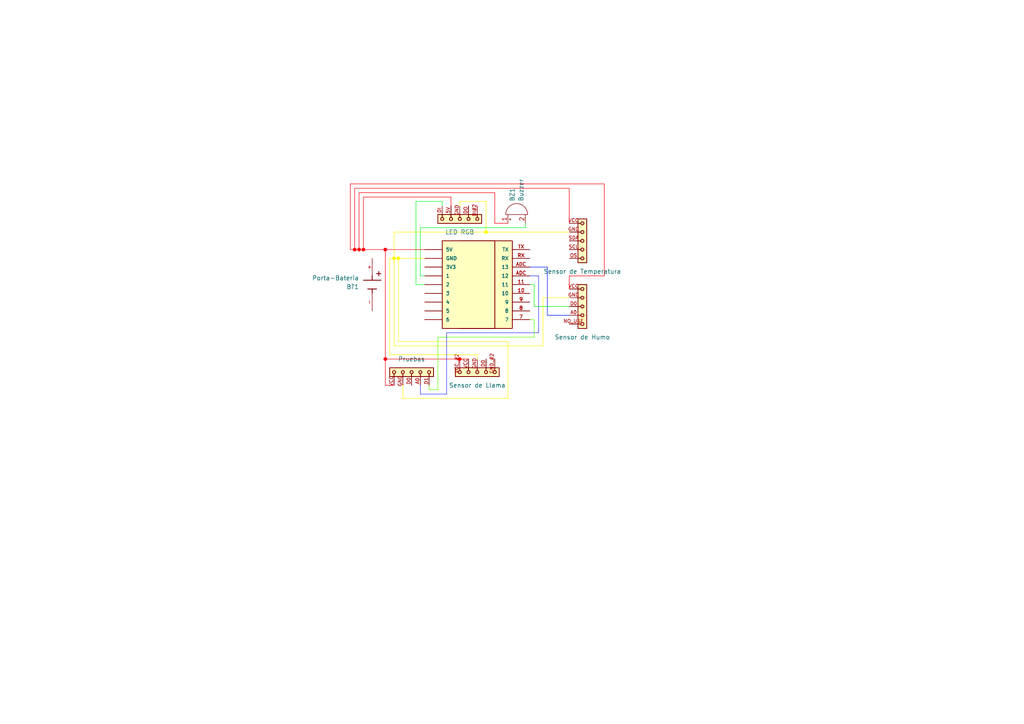
<source format=kicad_sch>
(kicad_sch (version 20250114) (generator "eeschema") (generator_version "9.0")
  (paper "A4")
  (lib_symbols
    (symbol "691309510005_1" (pin_names (offset 1.016))
      (property "Value" "Sensor de Temperatura" (at 8.89 -1.27 90))
      (symbol "691309510005_1_0_0"
        (rectangle (start -6.35 -2.54) (end 6.35 0) (stroke (width 0.254)) (fill (type background)))
        (circle (center -5.08 -1.27) (radius 0.4445) (stroke (width 0.254)))
        (polyline (pts (xy -5.08 -1.778) (xy -5.08 -2.54)) (stroke (width 0.254)))
        (circle (center -2.54 -1.27) (radius 0.4445) (stroke (width 0.254)))
        (polyline (pts (xy -2.54 -1.778) (xy -2.54 -2.54)) (stroke (width 0.254)))
        (circle (center 0 -1.27) (radius 0.4445) (stroke (width 0.254)))
        (polyline (pts (xy 0 -1.778) (xy 0 -2.54)) (stroke (width 0.254)))
        (circle (center 2.54 -1.27) (radius 0.4445) (stroke (width 0.254)))
        (polyline (pts (xy 2.54 -1.778) (xy 2.54 -2.54)) (stroke (width 0.254)))
        (circle (center 5.08 -1.27) (radius 0.4445) (stroke (width 0.254)))
        (polyline (pts (xy 5.08 -1.778) (xy 5.08 -2.54)) (stroke (width 0.254)))
      )
      (symbol "691309510005_1_1_0"
        (pin passive line (at -5.08 -5.08 90) (length 2.54) (name "~") (number ""))
        (pin passive line (at -5.08 -5.08 90) (length 2.54) (name "~") (number "VCC"))
        (pin passive line (at -2.54 -5.08 90) (length 2.54) (name "~") (number ""))
        (pin passive line (at -2.54 -5.08 90) (length 2.54) (name "~") (number "GND"))
        (pin passive line (at 0 -5.08 90) (length 2.54) (name "~") (number ""))
        (pin passive line (at 0 -5.08 90) (length 2.54) (name "~") (number "SDA"))
        (pin passive line (at 2.54 -5.08 90) (length 2.54) (name "") (number ""))
        (pin passive line (at 2.54 -5.08 90) (length 2.54) (name "~") (number "SCL"))
        (pin passive line (at 5.08 -5.08 90) (length 2.54) (name "") (number ""))
        (pin passive line (at 5.08 -5.08 90) (length 2.54) (name "~") (number "OS"))
      )
    )
    (symbol "691309510005_2" (pin_names (offset 1.016))
      (property "Value" "Sensor de Humo" (at 8.89 -1.27 90))
      (symbol "691309510005_2_0_0"
        (rectangle (start -6.35 -2.54) (end 6.35 0) (stroke (width 0.254)) (fill (type background)))
        (circle (center -5.08 -1.27) (radius 0.4445) (stroke (width 0.254)))
        (polyline (pts (xy -5.08 -1.778) (xy -5.08 -2.54)) (stroke (width 0.254)))
        (circle (center -2.54 -1.27) (radius 0.4445) (stroke (width 0.254)))
        (polyline (pts (xy -2.54 -1.778) (xy -2.54 -2.54)) (stroke (width 0.254)))
        (circle (center 0 -1.27) (radius 0.4445) (stroke (width 0.254)))
        (polyline (pts (xy 0 -1.778) (xy 0 -2.54)) (stroke (width 0.254)))
        (circle (center 2.54 -1.27) (radius 0.4445) (stroke (width 0.254)))
        (polyline (pts (xy 2.54 -1.778) (xy 2.54 -2.54)) (stroke (width 0.254)))
        (circle (center 5.08 -1.27) (radius 0.4445) (stroke (width 0.254)))
        (polyline (pts (xy 5.08 -1.778) (xy 5.08 -2.54)) (stroke (width 0.254)))
      )
      (symbol "691309510005_2_1_0"
        (pin passive line (at -5.08 -5.08 90) (length 2.54) (name "~") (number ""))
        (pin passive line (at -5.08 -5.08 90) (length 2.54) (name "~") (number "VCC"))
        (pin passive line (at -2.54 -5.08 90) (length 2.54) (name "~") (number ""))
        (pin passive line (at -2.54 -5.08 90) (length 2.54) (name "~") (number "GND"))
        (pin passive line (at 0 -5.08 90) (length 2.54) (name "~") (number ""))
        (pin passive line (at 0 -5.08 90) (length 2.54) (name "~") (number "D0"))
        (pin passive line (at 2.54 -5.08 90) (length 2.54) (name "") (number ""))
        (pin passive line (at 2.54 -5.08 90) (length 2.54) (name "~") (number "A0"))
        (pin passive line (at 5.08 -5.08 90) (length 2.54) (name "") (number ""))
        (pin passive line (at 5.08 -5.08 90) (length 2.54) (name "~") (number "NO_USE"))
      )
    )
    (symbol "691309510005_3" (pin_names (offset 1.016))
      (property "Value" "LED RGB" (at 0 2.54 0))
      (symbol "691309510005_3_0_0"
        (rectangle (start -6.35 -2.54) (end 6.35 0) (stroke (width 0.254)) (fill (type background)))
        (circle (center -5.08 -1.27) (radius 0.4445) (stroke (width 0.254)))
        (polyline (pts (xy -5.08 -1.778) (xy -5.08 -2.54)) (stroke (width 0.254)))
        (circle (center -2.54 -1.27) (radius 0.4445) (stroke (width 0.254)))
        (polyline (pts (xy -2.54 -1.778) (xy -2.54 -2.54)) (stroke (width 0.254)))
        (circle (center 0 -1.27) (radius 0.4445) (stroke (width 0.254)))
        (polyline (pts (xy 0 -1.778) (xy 0 -2.54)) (stroke (width 0.254)))
        (circle (center 2.54 -1.27) (radius 0.4445) (stroke (width 0.254)))
        (polyline (pts (xy 2.54 -1.778) (xy 2.54 -2.54)) (stroke (width 0.254)))
        (circle (center 5.08 -1.27) (radius 0.4445) (stroke (width 0.254)))
        (polyline (pts (xy 5.08 -1.778) (xy 5.08 -2.54)) (stroke (width 0.254)))
      )
      (symbol "691309510005_3_1_0"
        (pin passive line (at -5.08 -5.08 90) (length 2.54) (name "~") (number ""))
        (pin passive line (at -5.08 -5.08 90) (length 2.54) (name "~") (number "DI#2"))
        (pin passive line (at -2.54 -5.08 90) (length 2.54) (name "~") (number ""))
        (pin passive line (at -2.54 -5.08 90) (length 2.54) (name "~") (number "DO"))
        (pin passive line (at 0 -5.08 90) (length 2.54) (name "~") (number ""))
        (pin passive line (at 0 -5.08 90) (length 2.54) (name "~") (number "GND"))
        (pin passive line (at 2.54 -5.08 90) (length 2.54) (name "~") (number ""))
        (pin passive line (at 2.54 -5.08 90) (length 2.54) (name "~") (number "5V"))
        (pin passive line (at 5.08 -5.08 90) (length 2.54) (name "~") (number ""))
        (pin passive line (at 5.08 -5.08 90) (length 2.54) (name "~") (number "DI"))
      )
    )
    (symbol "691309510005_4" (pin_names (offset 1.016))
      (property "Value" "Sensor de Llama" (at 0 2.54 0))
      (symbol "691309510005_4_0_0"
        (rectangle (start -6.35 -2.54) (end 6.35 0) (stroke (width 0.254)) (fill (type background)))
        (circle (center -5.08 -1.27) (radius 0.4445) (stroke (width 0.254)))
        (polyline (pts (xy -5.08 -1.778) (xy -5.08 -2.54)) (stroke (width 0.254)))
        (circle (center -2.54 -1.27) (radius 0.4445) (stroke (width 0.254)))
        (polyline (pts (xy -2.54 -1.778) (xy -2.54 -2.54)) (stroke (width 0.254)))
        (circle (center 0 -1.27) (radius 0.4445) (stroke (width 0.254)))
        (polyline (pts (xy 0 -1.778) (xy 0 -2.54)) (stroke (width 0.254)))
        (circle (center 2.54 -1.27) (radius 0.4445) (stroke (width 0.254)))
        (polyline (pts (xy 2.54 -1.778) (xy 2.54 -2.54)) (stroke (width 0.254)))
        (circle (center 5.08 -1.27) (radius 0.4445) (stroke (width 0.254)))
        (polyline (pts (xy 5.08 -1.778) (xy 5.08 -2.54)) (stroke (width 0.254)))
      )
      (symbol "691309510005_4_1_0"
        (pin passive line (at -5.08 -5.08 90) (length 2.54) (name "~") (number ""))
        (pin passive line (at -5.08 -5.08 90) (length 2.54) (name "~") (number "GND_#2"))
        (pin passive line (at -2.54 -5.08 90) (length 2.54) (name "~") (number ""))
        (pin passive line (at -2.54 -5.08 90) (length 2.54) (name "~") (number "D0"))
        (pin passive line (at 0 -5.08 90) (length 2.54) (name "~") (number ""))
        (pin passive line (at 0 -5.08 90) (length 2.54) (name "~") (number "GND"))
        (pin passive line (at 2.54 -5.08 90) (length 2.54) (name "~") (number ""))
        (pin passive line (at 2.54 -5.08 90) (length 2.54) (name "~") (number "VCC"))
        (pin passive line (at 5.08 -5.08 90) (length 2.54) (name "~") (number ""))
        (pin passive line (at 5.08 -5.08 90) (length 2.54) (name "~") (number "VCC_#2"))
      )
    )
    (symbol "Device:Buzzer" (pin_names (offset 0.0254) (hide yes))
      (property "Reference" "BZ" (at 3.81 1.27 0))
      (property "Value" "Buzzer" (at 3.81 -1.27 0))
      (symbol "Buzzer_0_1"
        (polyline (pts (xy -1.651 1.905) (xy -1.143 1.905)))
        (polyline (pts (xy -1.397 2.159) (xy -1.397 1.651)))
        (arc (start 0 3.175) (mid 3.1612 0) (end 0 -3.175))
        (polyline (pts (xy 0 3.175) (xy 0 -3.175)))
      )
      (symbol "Buzzer_1_1"
        (pin passive line (at -2.54 2.54 0) (length 2.54) (name "+") (number "1"))
        (pin passive line (at -2.54 -2.54 0) (length 2.54) (name "-") (number "2"))
      )
    )
    (symbol "ESW-109-34-T-S_1" (pin_numbers (hide yes)) (pin_names (offset 1.016))
      (symbol "ESW-109-34-T-S_1_0_0"
        (pin passive line (at -12.7 10.16 0) (length 5.08) (name "5V") (number "01"))
      )
      (symbol "ESW-109-34-T-S_1_1_0"
        (rectangle (start -7.62 12.7) (end 7.62 -12.7) (stroke (width 0.254)) (fill (type background)))
        (pin passive line (at -12.7 7.62 0) (length 5.08) (name "GND") (number "02"))
        (pin passive line (at -12.7 5.08 0) (length 5.08) (name "3V3") (number "03"))
        (pin passive line (at -12.7 2.54 0) (length 5.08) (name "1") (number "04"))
        (pin passive line (at -12.7 0 0) (length 5.08) (name "2") (number "05"))
        (pin passive line (at -12.7 -2.54 0) (length 5.08) (name "3") (number "06"))
        (pin passive line (at -12.7 -5.08 0) (length 5.08) (name "4") (number "07"))
        (pin passive line (at -12.7 -7.62 0) (length 5.08) (name "5") (number "08"))
        (pin passive line (at -12.7 -10.16 0) (length 5.08) (name "6") (number "09"))
      )
    )
    (symbol "Hembra 9pines:ESW-109-34-T-S" (pin_names (offset 1.016))
      (symbol "ESW-109-34-T-S_0_0"
        (rectangle (start -7.62 12.7) (end 7.62 -12.7) (stroke (width 0.254)) (fill (type background)))
      )
      (symbol "ESW-109-34-T-S_1_0"
        (pin passive line (at -12.7 10.16 0) (length 5.08) (name "TX") (number "TX"))
        (pin passive line (at -12.7 7.62 0) (length 5.08) (name "RX") (number "RX"))
        (pin passive line (at -12.7 5.08 0) (length 5.08) (name "13") (number "ADC"))
        (pin passive line (at -12.7 2.54 0) (length 5.08) (name "12") (number "ADC"))
        (pin passive line (at -12.7 0 0) (length 5.08) (name "11") (number "11"))
        (pin passive line (at -12.7 -2.54 0) (length 5.08) (name "10") (number "10"))
        (pin passive line (at -12.7 -5.08 0) (length 5.08) (name "9") (number "9"))
        (pin passive line (at -12.7 -7.62 0) (length 5.08) (name "8") (number "8"))
        (pin passive line (at -12.7 -10.16 0) (length 5.08) (name "7") (number "7"))
      )
    )
    (symbol "Hembra:691309510005" (pin_names (offset 1.016))
      (property "Value" "Pruebas" (at 8.89 -1.27 90))
      (symbol "691309510005_0_0"
        (rectangle (start -6.35 -2.54) (end 6.35 0) (stroke (width 0.254)) (fill (type background)))
        (circle (center -5.08 -1.27) (radius 0.4445) (stroke (width 0.254)))
        (polyline (pts (xy -5.08 -1.778) (xy -5.08 -2.54)) (stroke (width 0.254)))
        (circle (center -2.54 -1.27) (radius 0.4445) (stroke (width 0.254)))
        (polyline (pts (xy -2.54 -1.778) (xy -2.54 -2.54)) (stroke (width 0.254)))
        (circle (center 0 -1.27) (radius 0.4445) (stroke (width 0.254)))
        (polyline (pts (xy 0 -1.778) (xy 0 -2.54)) (stroke (width 0.254)))
        (circle (center 2.54 -1.27) (radius 0.4445) (stroke (width 0.254)))
        (polyline (pts (xy 2.54 -1.778) (xy 2.54 -2.54)) (stroke (width 0.254)))
        (circle (center 5.08 -1.27) (radius 0.4445) (stroke (width 0.254)))
        (polyline (pts (xy 5.08 -1.778) (xy 5.08 -2.54)) (stroke (width 0.254)))
      )
      (symbol "691309510005_1_0"
        (pin passive line (at -5.08 -5.08 90) (length 2.54) (name "~") (number ""))
        (pin passive line (at -5.08 -5.08 90) (length 2.54) (name "~") (number "D1"))
        (pin passive line (at -2.54 -5.08 90) (length 2.54) (name "~") (number ""))
        (pin passive line (at -2.54 -5.08 90) (length 2.54) (name "~") (number "A0"))
        (pin passive line (at 0 -5.08 90) (length 2.54) (name "~") (number ""))
        (pin passive line (at 0 -5.08 90) (length 2.54) (name "~") (number "D0"))
        (pin passive line (at 2.54 -5.08 90) (length 2.54) (name "~") (number ""))
        (pin passive line (at 2.54 -5.08 90) (length 2.54) (name "~") (number "GND"))
        (pin passive line (at 5.08 -5.08 90) (length 2.54) (name "~") (number ""))
        (pin passive line (at 5.08 -5.08 90) (length 2.54) (name "~") (number "VCC"))
      )
    )
    (symbol "Portabateria:BK-18650-PC2" (pin_names (offset 1.016))
      (property "Reference" "BT" (at -3.81 3.81 0))
      (property "Value" "BK-18650-PC2" (at -3.81 -5.08 0))
      (symbol "BK-18650-PC2_0_0"
        (polyline (pts (xy -3.81 1.905) (xy -2.54 1.905)) (stroke (width 0.254)))
        (polyline (pts (xy -3.175 2.54) (xy -3.175 1.27)) (stroke (width 0.254)))
        (polyline (pts (xy -1.27 2.54) (xy -1.27 0)) (stroke (width 0.254)))
        (polyline (pts (xy -1.27 0) (xy -2.54 0)) (stroke (width 0.254)))
        (polyline (pts (xy -1.27 0) (xy -1.27 -2.54)) (stroke (width 0.254)))
        (polyline (pts (xy 1.27 1.27) (xy 1.27 0)) (stroke (width 0.254)))
        (polyline (pts (xy 1.27 0) (xy 1.27 -1.27)) (stroke (width 0.254)))
        (polyline (pts (xy 1.27 0) (xy 2.54 0)) (stroke (width 0.254)))
        (pin passive line (at -7.62 0 0) (length 5.08) (name "~") (number "+"))
        (pin passive line (at 7.62 0 180) (length 5.08) (name "~") (number "-"))
      )
    )
  )
  (junction (at 115.57 74.93) (color 255 245 4 1))
  (junction (at 133.35 104.14) (color 255 2 0 1))
  (junction (at 102.87 72.39) (color 255 0 9 1))
  (junction (at 140.97 67.31) (color 255 245 4 1))
  (junction (at 111.76 104.14) (color 255 0 9 1))
  (junction (at 105.41 72.39) (color 255 0 9 1))
  (junction (at 114.3 74.93) (color 255 245 4 1))
  (junction (at 111.76 72.39) (color 255 0 9 1))
  (junction (at 104.14 72.39) (color 255 0 9 1))
  (wire (pts (xy 116.84 115.57) (xy 147.32 115.57)) (stroke (width 0) (color 255 245 4 1)))
  (wire (pts (xy 114.3 111.76) (xy 111.76 111.76)) (stroke (width 0) (color 255 0 9 1)))
  (wire (pts (xy 140.97 67.31) (xy 114.3 67.31)) (stroke (width 0) (color 255 245 4 1)))
  (wire (pts (xy 104.14 55.88) (xy 104.14 72.39)) (stroke (width 0) (color 255 0 9 1)))
  (wire (pts (xy 121.92 111.76) (xy 121.92 114.3)) (stroke (width 0) (color 35 48 255 1)))
  (wire (pts (xy 147.32 99.06) (xy 115.57 99.06)) (stroke (width 0) (color 255 245 4 1)))
  (wire (pts (xy 114.3 74.93) (xy 114.3 100.33)) (stroke (width 0) (color 255 245 4 1)))
  (wire (pts (xy 130.81 59.69) (xy 130.81 57.15)) (stroke (width 0) (color 255 0 9 1)))
  (wire (pts (xy 130.81 57.15) (xy 105.41 57.15)) (stroke (width 0) (color 255 0 9 1)))
  (wire (pts (xy 138.43 102.87) (xy 113.03 102.87)) (stroke (width 0) (color 255 245 4 1)))
  (wire (pts (xy 127 113.03) (xy 127 97.79)) (stroke (width 0) (color 100 255 0 1)))
  (wire (pts (xy 124.46 113.03) (xy 127 113.03)) (stroke (width 0) (color 100 255 0 1)))
  (wire (pts (xy 158.75 77.47) (xy 153.67 77.47)) (stroke (width 0) (color 0 15 255 1)))
  (wire (pts (xy 152.4 64.77) (xy 152.4 66.04)) (stroke (width 0) (color 0 255 41 1)))
  (wire (pts (xy 175.26 53.34) (xy 101.6 53.34)) (stroke (width 0) (color 255 0 9 1)))
  (wire (pts (xy 140.97 58.42) (xy 140.97 67.31)) (stroke (width 0) (color 255 245 4 1)))
  (wire (pts (xy 133.35 58.42) (xy 140.97 58.42)) (stroke (width 0) (color 255 245 4 1)))
  (wire (pts (xy 102.87 54.61) (xy 102.87 72.39)) (stroke (width 0) (color 255 0 9 1)))
  (wire (pts (xy 128.27 58.42) (xy 120.65 58.42)) (stroke (width 0) (color 0 255 33 1)))
  (wire (pts (xy 105.41 57.15) (xy 105.41 72.39)) (stroke (width 0) (color 255 0 9 1)))
  (wire (pts (xy 114.3 74.93) (xy 115.57 74.93)) (stroke (width 0) (color 255 245 4 1)))
  (wire (pts (xy 138.43 104.14) (xy 138.43 102.87)) (stroke (width 0) (color 255 245 4 1)))
  (wire (pts (xy 128.27 59.69) (xy 128.27 58.42)) (stroke (width 0) (color 0 255 33 1)))
  (wire (pts (xy 154.94 88.9) (xy 154.94 82.55)) (stroke (width 0) (color 0 255 4 1)))
  (wire (pts (xy 129.54 96.52) (xy 156.21 96.52)) (stroke (width 0) (color 35 48 255 1)))
  (wire (pts (xy 102.87 72.39) (xy 104.14 72.39)) (stroke (width 0) (color 255 0 9 1)))
  (wire (pts (xy 101.6 53.34) (xy 101.6 72.39)) (stroke (width 0) (color 255 0 9 1)))
  (wire (pts (xy 123.19 72.39) (xy 111.76 72.39)) (stroke (width 0) (color 255 0 9 1)))
  (wire (pts (xy 143.51 64.77) (xy 143.51 55.88)) (stroke (width 0) (color 255 0 9 1)))
  (wire (pts (xy 111.76 72.39) (xy 111.76 104.14)) (stroke (width 0) (color 255 0 9 1)))
  (wire (pts (xy 124.46 111.76) (xy 124.46 113.03)) (stroke (width 0) (color 100 255 0 1)))
  (wire (pts (xy 157.48 100.33) (xy 114.3 100.33)) (stroke (width 0) (color 255 245 4 1)))
  (wire (pts (xy 165.1 86.36) (xy 157.48 86.36)) (stroke (width 0) (color 255 245 4 1)))
  (wire (pts (xy 154.94 82.55) (xy 153.67 82.55)) (stroke (width 0) (color 0 255 4 1)))
  (wire (pts (xy 147.32 64.77) (xy 143.51 64.77)) (stroke (width 0) (color 255 0 9 1)))
  (wire (pts (xy 116.84 111.76) (xy 116.84 115.57)) (stroke (width 0) (color 255 245 4 1)))
  (wire (pts (xy 165.1 64.77) (xy 165.1 54.61)) (stroke (width 0) (color 255 0 9 1)))
  (wire (pts (xy 101.6 72.39) (xy 102.87 72.39)) (stroke (width 0) (color 255 0 9 1)))
  (wire (pts (xy 165.1 88.9) (xy 154.94 88.9)) (stroke (width 0) (color 0 255 4 1)))
  (wire (pts (xy 165.1 54.61) (xy 102.87 54.61)) (stroke (width 0) (color 255 0 9 1)))
  (wire (pts (xy 111.76 111.76) (xy 111.76 104.14)) (stroke (width 0) (color 255 0 9 1)))
  (wire (pts (xy 114.3 67.31) (xy 114.3 74.93)) (stroke (width 0) (color 255 245 4 1)))
  (wire (pts (xy 154.94 97.79) (xy 154.94 92.71)) (stroke (width 0) (color 100 255 0 1)))
  (wire (pts (xy 113.03 74.93) (xy 114.3 74.93)) (stroke (width 0) (color 255 245 4 1)))
  (wire (pts (xy 120.65 82.55) (xy 123.19 82.55)) (stroke (width 0) (color 0 255 33 1)))
  (wire (pts (xy 133.35 59.69) (xy 133.35 58.42)) (stroke (width 0) (color 255 245 4 1)))
  (wire (pts (xy 115.57 74.93) (xy 123.19 74.93)) (stroke (width 0) (color 255 245 4 1)))
  (wire (pts (xy 113.03 102.87) (xy 113.03 74.93)) (stroke (width 0) (color 255 245 4 1)))
  (wire (pts (xy 115.57 99.06) (xy 115.57 74.93)) (stroke (width 0) (color 255 245 4 1)))
  (wire (pts (xy 152.4 66.04) (xy 121.92 66.04)) (stroke (width 0) (color 0 255 41 1)))
  (wire (pts (xy 127 97.79) (xy 154.94 97.79)) (stroke (width 0) (color 100 255 0 1)))
  (wire (pts (xy 105.41 72.39) (xy 111.76 72.39)) (stroke (width 0) (color 255 0 9 1)))
  (wire (pts (xy 104.14 72.39) (xy 105.41 72.39)) (stroke (width 0) (color 255 0 9 1)))
  (wire (pts (xy 165.1 80.01) (xy 175.26 80.01)) (stroke (width 0) (color 255 0 9 1)))
  (wire (pts (xy 129.54 114.3) (xy 129.54 96.52)) (stroke (width 0) (color 35 48 255 1)))
  (wire (pts (xy 154.94 92.71) (xy 153.67 92.71)) (stroke (width 0) (color 100 255 0 1)))
  (wire (pts (xy 156.21 80.01) (xy 153.67 80.01)) (stroke (width 0) (color 35 48 255 1)))
  (wire (pts (xy 175.26 80.01) (xy 175.26 53.34)) (stroke (width 0) (color 255 0 9 1)))
  (wire (pts (xy 121.92 114.3) (xy 129.54 114.3)) (stroke (width 0) (color 35 48 255 1)))
  (wire (pts (xy 147.32 115.57) (xy 147.32 99.06)) (stroke (width 0) (color 255 245 4 1)))
  (wire (pts (xy 165.1 83.82) (xy 165.1 80.01)) (stroke (width 0) (color 255 0 9 1)))
  (wire (pts (xy 157.48 86.36) (xy 157.48 100.33)) (stroke (width 0) (color 255 245 4 1)))
  (wire (pts (xy 121.92 80.01) (xy 123.19 80.01)) (stroke (width 0) (color 0 255 41 1)))
  (wire (pts (xy 111.76 104.14) (xy 133.35 104.14)) (stroke (width 0) (color 255 0 9 1)))
  (wire (pts (xy 143.51 55.88) (xy 104.14 55.88)) (stroke (width 0) (color 255 0 9 1)))
  (wire (pts (xy 158.75 91.44) (xy 158.75 77.47)) (stroke (width 0) (color 0 15 255 1)))
  (wire (pts (xy 165.1 67.31) (xy 140.97 67.31)) (stroke (width 0) (color 255 245 4 1)))
  (wire (pts (xy 156.21 96.52) (xy 156.21 80.01)) (stroke (width 0) (color 35 48 255 1)))
  (wire (pts (xy 121.92 66.04) (xy 121.92 80.01)) (stroke (width 0) (color 0 255 41 1)))
  (wire (pts (xy 165.1 91.44) (xy 158.75 91.44)) (stroke (width 0) (color 0 15 255 1)))
  (wire (pts (xy 133.35 104.14) (xy 135.89 104.14)) (stroke (width 0) (color 255 2 0 1)))
  (wire (pts (xy 120.65 58.42) (xy 120.65 82.55)) (stroke (width 0) (color 0 255 33 1)))
  (symbol (lib_id "Portabateria:BK-18650-PC2") (at 107.95 82.55 270) (unit 1)
    (property "Reference" "BT1" (at 104.14 83.1851 90) (effects (justify right)))
    (property "Value" "Porta-Bateria" (at 104.14 80.6451 90) (effects (justify right)))
    (property "Footprint" "BK-18650-PC2:BAT_BK-18650-PC2" (effects (hide yes)))
    (property "MF" "MPD (Memory" (effects (hide yes)))
    (property "MAXIMUM_PACKAGE_HEIGHT" "21.41 mm" (effects (hide yes)))
    (property "Package" "DFN-14 MPD (Memory Protection Devices)" (effects (hide yes)))
    (property "Price" "None" (effects (hide yes)))
    (property "Check_prices" "https://www.snapeda.com/parts/BK-18650-PC2/MPD/view-part/?ref=eda" (effects (hide yes)))
    (property "STANDARD" "Manufacturer Recommendations" (effects (hide yes)))
    (property "PARTREV" "F" (effects (hide yes)))
    (property "SnapEDA_Link" "https://www.snapeda.com/parts/BK-18650-PC2/MPD/view-part/?ref=snap" (effects (hide yes)))
    (property "MP" "BK-18650-PC2" (effects (hide yes)))
    (property "Description_1" "Battery Holder (Open) 18650 1 Cell PC Pin" (effects (hide yes)))
    (property "Availability" "In Stock" (effects (hide yes)))
    (property "MANUFACTURER" "MPD" (effects (hide yes)))
  )
  (symbol (lib_name "ESW-109-34-T-S_1") (lib_id "Hembra 9pines:ESW-109-34-T-S") (at 135.89 82.55 0) (unit 1)
    (property "Reference" "J2" (effects (hide yes)))
    (property "Value" "ESW-109-34-T-S" (effects (hide yes)))
    (property "Footprint" "ESW-109-34-T-S:SAMTEC_ESW-109-34-T-S" (effects (hide yes)))
    (property "MF" "Samtec" (effects (hide yes)))
    (property "Description_1" "CONN SOCKET 9POS 0.1 TIN PCB" (effects (hide yes)))
    (property "Package" "None" (effects (hide yes)))
    (property "Price" "None" (effects (hide yes)))
    (property "Check_prices" "https://www.snapeda.com/parts/ESW-109-34-T-S/Samtec/view-part/?ref=eda" (effects (hide yes)))
    (property "STANDARD" "Manufacturer Recommendations" (effects (hide yes)))
    (property "PARTREV" "R" (effects (hide yes)))
    (property "SnapEDA_Link" "https://www.snapeda.com/parts/ESW-109-34-T-S/Samtec/view-part/?ref=snap" (effects (hide yes)))
    (property "MP" "ESW-109-34-T-S" (effects (hide yes)))
    (property "Availability" "In Stock" (effects (hide yes)))
    (property "MANUFACTURER" "Samtec" (effects (hide yes)))
  )
  (symbol (lib_id "Hembra 9pines:ESW-109-34-T-S") (at 140.97 82.55 0) (mirror y) (unit 1)
    (property "Reference" "J3" (effects (hide yes)))
    (property "Value" "ESW-109-34-T-S" (effects (hide yes)))
    (property "Footprint" "ESW-109-34-T-S:SAMTEC_ESW-109-34-T-S" (effects (hide yes)))
    (property "MF" "Samtec" (effects (hide yes)))
    (property "Description_1" "CONN SOCKET 9POS 0.1 TIN PCB" (effects (hide yes)))
    (property "Package" "None" (effects (hide yes)))
    (property "Price" "None" (effects (hide yes)))
    (property "Check_prices" "https://www.snapeda.com/parts/ESW-109-34-T-S/Samtec/view-part/?ref=eda" (effects (hide yes)))
    (property "STANDARD" "Manufacturer Recommendations" (effects (hide yes)))
    (property "PARTREV" "R" (effects (hide yes)))
    (property "SnapEDA_Link" "https://www.snapeda.com/parts/ESW-109-34-T-S/Samtec/view-part/?ref=snap" (effects (hide yes)))
    (property "MP" "ESW-109-34-T-S" (effects (hide yes)))
    (property "Availability" "In Stock" (effects (hide yes)))
    (property "MANUFACTURER" "Samtec" (effects (hide yes)))
  )
  (symbol (lib_id "Hembra:691309510005") (at 119.38 106.68 0) (mirror y) (unit 1)
    (property "Reference" "J1" (effects (hide yes)))
    (property "Value" "Pruebas" (at 119.38 104.14 0))
    (property "Footprint" "691309510005:691309510005" (effects (hide yes)))
    (property "MF" "Würth Elektronik" (effects (hide yes)))
    (property "Description_1" "5 Position Terminal Block Header, Female Sockets 0.200 (5.08mm) 90°, Right Angle  Through Hole" (effects (hide yes)))
    (property "Package" "None" (effects (hide yes)))
    (property "MOUNT" "THT" (effects (hide yes)))
    (property "IR-UL" "20A" (effects (hide yes)))
    (property "VALUE" "691309510005" (effects (hide yes)))
    (property "Availability" "In Stock" (effects (hide yes)))
    (property "WORKING-VOLTAGE-UL" "300V (AC)" (effects (hide yes)))
    (property "PART-NUMBER" "691309510005" (effects (hide yes)))
    (property "SnapEDA_Link" "https://www.snapeda.com/parts/691309510005/W%25C3%25BCrth+Elektronik+Midcom/view-part/?ref=snap" (effects (hide yes)))
    (property "DATASHEET-URL" "https://www.we-online.com/redexpert/spec/691309510005?ae" (effects (hide yes)))
    (property "MP" "691309510005" (effects (hide yes)))
    (property "PITCH" "5.08mm" (effects (hide yes)))
    (property "PINS" "5" (effects (hide yes)))
    (property "TYPE" "Horizontal" (effects (hide yes)))
    (property "Price" "None" (effects (hide yes)))
    (property "Check_prices" "https://www.snapeda.com/parts/691309510005/W%25C3%25BCrth+Elektronik+Midcom/view-part/?ref=eda" (effects (hide yes)))
  )
  (symbol (lib_name "691309510005_2") (lib_id "Hembra:691309510005") (at 170.18 88.9 270) (unit 1)
    (property "Reference" "J5" (effects (hide yes)))
    (property "Value" "Sensor de Humo" (at 168.91 97.79 90))
    (property "Footprint" "691309510005:691309510005" (effects (hide yes)))
    (property "MF" "Würth Elektronik" (effects (hide yes)))
    (property "Description_1" "5 Position Terminal Block Header, Female Sockets 0.200 (5.08mm) 90°, Right Angle  Through Hole" (effects (hide yes)))
    (property "Package" "None" (effects (hide yes)))
    (property "MOUNT" "THT" (effects (hide yes)))
    (property "IR-UL" "20A" (effects (hide yes)))
    (property "VALUE" "691309510005" (effects (hide yes)))
    (property "Availability" "In Stock" (effects (hide yes)))
    (property "WORKING-VOLTAGE-UL" "300V (AC)" (effects (hide yes)))
    (property "PART-NUMBER" "691309510005" (effects (hide yes)))
    (property "SnapEDA_Link" "https://www.snapeda.com/parts/691309510005/W%25C3%25BCrth+Elektronik+Midcom/view-part/?ref=snap" (effects (hide yes)))
    (property "DATASHEET-URL" "https://www.we-online.com/redexpert/spec/691309510005?ae" (effects (hide yes)))
    (property "MP" "691309510005" (effects (hide yes)))
    (property "PITCH" "5.08mm" (effects (hide yes)))
    (property "PINS" "5" (effects (hide yes)))
    (property "TYPE" "Horizontal" (effects (hide yes)))
    (property "Price" "None" (effects (hide yes)))
    (property "Check_prices" "https://www.snapeda.com/parts/691309510005/W%25C3%25BCrth+Elektronik+Midcom/view-part/?ref=eda" (effects (hide yes)))
  )
  (symbol (lib_name "691309510005_4") (lib_id "Hembra:691309510005") (at 138.43 109.22 180) (unit 1)
    (property "Reference" "J7" (effects (hide yes)))
    (property "Value" "Sensor de Llama" (at 138.43 111.76 0))
    (property "Footprint" "691309510005:691309510005" (effects (hide yes)))
    (property "MF" "Würth Elektronik" (effects (hide yes)))
    (property "Description_1" "5 Position Terminal Block Header, Female Sockets 0.200 (5.08mm) 90°, Right Angle  Through Hole" (effects (hide yes)))
    (property "Package" "None" (effects (hide yes)))
    (property "MOUNT" "THT" (effects (hide yes)))
    (property "IR-UL" "20A" (effects (hide yes)))
    (property "VALUE" "691309510005" (effects (hide yes)))
    (property "Availability" "In Stock" (effects (hide yes)))
    (property "WORKING-VOLTAGE-UL" "300V (AC)" (effects (hide yes)))
    (property "PART-NUMBER" "691309510005" (effects (hide yes)))
    (property "SnapEDA_Link" "https://www.snapeda.com/parts/691309510005/W%25C3%25BCrth+Elektronik+Midcom/view-part/?ref=snap" (effects (hide yes)))
    (property "DATASHEET-URL" "https://www.we-online.com/redexpert/spec/691309510005?ae" (effects (hide yes)))
    (property "MP" "691309510005" (effects (hide yes)))
    (property "PITCH" "5.08mm" (effects (hide yes)))
    (property "PINS" "5" (effects (hide yes)))
    (property "TYPE" "Horizontal" (effects (hide yes)))
    (property "Price" "None" (effects (hide yes)))
    (property "Check_prices" "https://www.snapeda.com/parts/691309510005/W%25C3%25BCrth+Elektronik+Midcom/view-part/?ref=eda" (effects (hide yes)))
  )
  (symbol (lib_name "691309510005_1") (lib_id "Hembra:691309510005") (at 170.18 69.85 270) (unit 1)
    (property "Reference" "J4" (effects (hide yes)))
    (property "Value" "Sensor de Temperatura" (at 168.91 78.74 90))
    (property "Footprint" "691309510005:691309510005" (effects (hide yes)))
    (property "MF" "Würth Elektronik" (effects (hide yes)))
    (property "Description_1" "5 Position Terminal Block Header, Female Sockets 0.200 (5.08mm) 90°, Right Angle  Through Hole" (effects (hide yes)))
    (property "Package" "None" (effects (hide yes)))
    (property "MOUNT" "THT" (effects (hide yes)))
    (property "IR-UL" "20A" (effects (hide yes)))
    (property "VALUE" "691309510005" (effects (hide yes)))
    (property "Availability" "In Stock" (effects (hide yes)))
    (property "WORKING-VOLTAGE-UL" "300V (AC)" (effects (hide yes)))
    (property "PART-NUMBER" "691309510005" (effects (hide yes)))
    (property "SnapEDA_Link" "https://www.snapeda.com/parts/691309510005/W%25C3%25BCrth+Elektronik+Midcom/view-part/?ref=snap" (effects (hide yes)))
    (property "DATASHEET-URL" "https://www.we-online.com/redexpert/spec/691309510005?ae" (effects (hide yes)))
    (property "MP" "691309510005" (effects (hide yes)))
    (property "PITCH" "5.08mm" (effects (hide yes)))
    (property "PINS" "5" (effects (hide yes)))
    (property "TYPE" "Horizontal" (effects (hide yes)))
    (property "Price" "None" (effects (hide yes)))
    (property "Check_prices" "https://www.snapeda.com/parts/691309510005/W%25C3%25BCrth+Elektronik+Midcom/view-part/?ref=eda" (effects (hide yes)))
  )
  (symbol (lib_id "Device:Buzzer") (at 149.86 62.23 90) (unit 1)
    (property "Reference" "BZ1" (at 148.5899 58.42 0) (effects (justify left)))
    (property "Value" "Buzzer" (at 151.1299 58.42 0) (effects (justify left)))
    (property "Description" "Buzzer, polarized" (effects (hide yes)))
  )
  (symbol (lib_name "691309510005_3") (lib_id "Hembra:691309510005") (at 133.35 64.77 180) (unit 1)
    (property "Reference" "J6" (effects (hide yes)))
    (property "Value" "LED RGB" (at 133.35 67.31 0))
    (property "Footprint" "691309510005:691309510005" (effects (hide yes)))
    (property "MF" "Würth Elektronik" (effects (hide yes)))
    (property "Description_1" "5 Position Terminal Block Header, Female Sockets 0.200 (5.08mm) 90°, Right Angle  Through Hole" (effects (hide yes)))
    (property "Package" "None" (effects (hide yes)))
    (property "MOUNT" "THT" (effects (hide yes)))
    (property "IR-UL" "20A" (effects (hide yes)))
    (property "VALUE" "691309510005" (effects (hide yes)))
    (property "Availability" "In Stock" (effects (hide yes)))
    (property "WORKING-VOLTAGE-UL" "300V (AC)" (effects (hide yes)))
    (property "PART-NUMBER" "691309510005" (effects (hide yes)))
    (property "SnapEDA_Link" "https://www.snapeda.com/parts/691309510005/W%25C3%25BCrth+Elektronik+Midcom/view-part/?ref=snap" (effects (hide yes)))
    (property "DATASHEET-URL" "https://www.we-online.com/redexpert/spec/691309510005?ae" (effects (hide yes)))
    (property "MP" "691309510005" (effects (hide yes)))
    (property "PITCH" "5.08mm" (effects (hide yes)))
    (property "PINS" "5" (effects (hide yes)))
    (property "TYPE" "Horizontal" (effects (hide yes)))
    (property "Price" "None" (effects (hide yes)))
    (property "Check_prices" "https://www.snapeda.com/parts/691309510005/W%25C3%25BCrth+Elektronik+Midcom/view-part/?ref=eda" (effects (hide yes)))
  )
)
</source>
